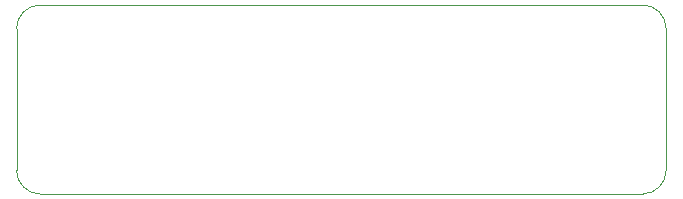
<source format=gbr>
%TF.GenerationSoftware,KiCad,Pcbnew,(5.1.6-0-10_14)*%
%TF.CreationDate,2020-10-15T10:38:44-05:00*%
%TF.ProjectId,MBRadio_4732_BO,4d425261-6469-46f5-9f34-3733325f424f,rev?*%
%TF.SameCoordinates,Original*%
%TF.FileFunction,Profile,NP*%
%FSLAX46Y46*%
G04 Gerber Fmt 4.6, Leading zero omitted, Abs format (unit mm)*
G04 Created by KiCad (PCBNEW (5.1.6-0-10_14)) date 2020-10-15 10:38:44*
%MOMM*%
%LPD*%
G01*
G04 APERTURE LIST*
%TA.AperFunction,Profile*%
%ADD10C,0.050000*%
%TD*%
G04 APERTURE END LIST*
D10*
X84000000Y-92000000D02*
G75*
G03*
X82000000Y-90000000I-2000000J0D01*
G01*
X84000000Y-92000000D02*
X84000000Y-104000000D01*
X82000000Y-106000000D02*
G75*
G03*
X84000000Y-104000000I0J2000000D01*
G01*
X31000000Y-106000000D02*
G75*
G02*
X29000000Y-104000000I0J2000000D01*
G01*
X29000000Y-92000000D02*
G75*
G02*
X31000000Y-90000000I2000000J0D01*
G01*
X31000000Y-106000000D02*
X82000000Y-106000000D01*
X29000000Y-92000000D02*
X29000000Y-104000000D01*
X31000000Y-90000000D02*
X82000000Y-90000000D01*
M02*

</source>
